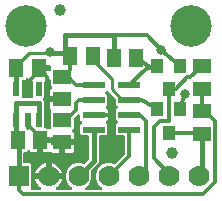
<source format=gbr>
G04 EAGLE Gerber RS-274X export*
G75*
%MOMM*%
%FSLAX34Y34*%
%LPD*%
%INTop Copper*%
%IPPOS*%
%AMOC8*
5,1,8,0,0,1.08239X$1,22.5*%
G01*
%ADD10C,1.000000*%
%ADD11C,3.516000*%
%ADD12R,1.500000X1.300000*%
%ADD13R,1.300000X1.500000*%
%ADD14R,1.900000X0.600000*%
%ADD15R,0.550000X1.200000*%
%ADD16R,1.000000X1.200000*%
%ADD17R,1.778000X1.778000*%
%ADD18C,1.778000*%
%ADD19C,0.406400*%
%ADD20C,0.304800*%
%ADD21C,0.254000*%
%ADD22C,0.800100*%

G36*
X37256Y13727D02*
X37256Y13727D01*
X37336Y13727D01*
X37413Y13747D01*
X37493Y13757D01*
X37567Y13786D01*
X37644Y13806D01*
X37714Y13844D01*
X37788Y13874D01*
X37853Y13920D01*
X37923Y13959D01*
X37981Y14013D01*
X38046Y14060D01*
X38097Y14122D01*
X38155Y14176D01*
X38198Y14244D01*
X38249Y14305D01*
X38282Y14377D01*
X38325Y14445D01*
X38350Y14521D01*
X38384Y14593D01*
X38399Y14671D01*
X38424Y14747D01*
X38429Y14827D01*
X38444Y14905D01*
X38439Y14985D01*
X38444Y15064D01*
X38429Y15143D01*
X38424Y15223D01*
X38400Y15299D01*
X38385Y15377D01*
X38351Y15449D01*
X38326Y15525D01*
X38283Y15593D01*
X38250Y15665D01*
X38199Y15727D01*
X38156Y15794D01*
X38098Y15849D01*
X38047Y15910D01*
X37925Y16011D01*
X37924Y16012D01*
X37923Y16013D01*
X37003Y16681D01*
X35731Y17953D01*
X34673Y19409D01*
X33857Y21012D01*
X33301Y22723D01*
X33273Y22901D01*
X43220Y22901D01*
X43338Y22916D01*
X43457Y22923D01*
X43495Y22935D01*
X43535Y22941D01*
X43646Y22984D01*
X43759Y23021D01*
X43793Y23043D01*
X43831Y23058D01*
X43927Y23127D01*
X44028Y23191D01*
X44056Y23221D01*
X44088Y23244D01*
X44164Y23336D01*
X44246Y23423D01*
X44265Y23458D01*
X44291Y23489D01*
X44342Y23597D01*
X44399Y23701D01*
X44409Y23741D01*
X44427Y23777D01*
X44447Y23884D01*
X44451Y23854D01*
X44495Y23744D01*
X44531Y23631D01*
X44553Y23596D01*
X44568Y23559D01*
X44638Y23462D01*
X44701Y23362D01*
X44731Y23334D01*
X44755Y23301D01*
X44846Y23225D01*
X44933Y23144D01*
X44968Y23124D01*
X45000Y23099D01*
X45107Y23048D01*
X45212Y22990D01*
X45251Y22980D01*
X45287Y22963D01*
X45404Y22941D01*
X45520Y22911D01*
X45580Y22907D01*
X45600Y22903D01*
X45620Y22905D01*
X45680Y22901D01*
X55627Y22901D01*
X55599Y22723D01*
X55043Y21012D01*
X54227Y19409D01*
X53169Y17953D01*
X51897Y16681D01*
X50977Y16013D01*
X50919Y15958D01*
X50854Y15912D01*
X50803Y15850D01*
X50745Y15795D01*
X50702Y15728D01*
X50651Y15667D01*
X50617Y15594D01*
X50574Y15527D01*
X50550Y15451D01*
X50516Y15379D01*
X50501Y15300D01*
X50476Y15224D01*
X50471Y15145D01*
X50456Y15066D01*
X50461Y14987D01*
X50456Y14907D01*
X50471Y14829D01*
X50476Y14749D01*
X50501Y14673D01*
X50515Y14594D01*
X50549Y14522D01*
X50574Y14447D01*
X50617Y14379D01*
X50651Y14307D01*
X50701Y14245D01*
X50744Y14178D01*
X50802Y14123D01*
X50853Y14061D01*
X50918Y14015D01*
X50976Y13960D01*
X51046Y13921D01*
X51110Y13874D01*
X51184Y13845D01*
X51254Y13806D01*
X51332Y13786D01*
X51406Y13757D01*
X51485Y13747D01*
X51562Y13727D01*
X51720Y13717D01*
X51721Y13717D01*
X51722Y13717D01*
X51723Y13717D01*
X63133Y13717D01*
X63202Y13725D01*
X63272Y13724D01*
X63359Y13745D01*
X63448Y13757D01*
X63513Y13782D01*
X63581Y13799D01*
X63660Y13841D01*
X63744Y13874D01*
X63800Y13915D01*
X63862Y13947D01*
X63928Y14008D01*
X64001Y14060D01*
X64046Y14114D01*
X64097Y14161D01*
X64147Y14236D01*
X64204Y14305D01*
X64234Y14369D01*
X64272Y14427D01*
X64301Y14512D01*
X64339Y14593D01*
X64353Y14662D01*
X64375Y14728D01*
X64382Y14817D01*
X64399Y14905D01*
X64395Y14975D01*
X64400Y15045D01*
X64385Y15133D01*
X64379Y15223D01*
X64358Y15289D01*
X64346Y15358D01*
X64309Y15440D01*
X64281Y15525D01*
X64244Y15584D01*
X64215Y15648D01*
X64159Y15718D01*
X64111Y15794D01*
X64060Y15842D01*
X64017Y15897D01*
X63945Y15951D01*
X63880Y16012D01*
X63818Y16046D01*
X63763Y16088D01*
X63669Y16134D01*
X60590Y19213D01*
X58927Y23227D01*
X58927Y27573D01*
X60590Y31587D01*
X63663Y34660D01*
X67677Y36323D01*
X72023Y36323D01*
X73362Y35768D01*
X73390Y35760D01*
X73416Y35747D01*
X73543Y35718D01*
X73668Y35684D01*
X73698Y35684D01*
X73727Y35677D01*
X73856Y35681D01*
X73986Y35679D01*
X74015Y35686D01*
X74045Y35687D01*
X74169Y35723D01*
X74296Y35753D01*
X74322Y35767D01*
X74350Y35775D01*
X74462Y35841D01*
X74577Y35902D01*
X74599Y35922D01*
X74624Y35937D01*
X74745Y36043D01*
X78354Y39652D01*
X78414Y39730D01*
X78482Y39802D01*
X78511Y39855D01*
X78548Y39903D01*
X78588Y39994D01*
X78636Y40081D01*
X78651Y40139D01*
X78675Y40195D01*
X78690Y40293D01*
X78715Y40389D01*
X78721Y40489D01*
X78725Y40509D01*
X78723Y40521D01*
X78725Y40549D01*
X78725Y58768D01*
X78710Y58886D01*
X78703Y59005D01*
X78690Y59043D01*
X78685Y59084D01*
X78642Y59194D01*
X78605Y59307D01*
X78583Y59342D01*
X78568Y59379D01*
X78499Y59475D01*
X78435Y59576D01*
X78405Y59604D01*
X78382Y59637D01*
X78290Y59713D01*
X78203Y59794D01*
X78168Y59814D01*
X78137Y59839D01*
X78029Y59890D01*
X77925Y59948D01*
X77885Y59958D01*
X77849Y59975D01*
X77732Y59997D01*
X77617Y60027D01*
X77557Y60031D01*
X77537Y60035D01*
X77516Y60033D01*
X77456Y60037D01*
X72448Y60037D01*
X71257Y61228D01*
X71257Y68912D01*
X72559Y70213D01*
X72636Y70313D01*
X72718Y70408D01*
X72733Y70438D01*
X72754Y70465D01*
X72804Y70580D01*
X72860Y70693D01*
X72867Y70726D01*
X72880Y70757D01*
X72900Y70881D01*
X72926Y71004D01*
X72925Y71037D01*
X72930Y71071D01*
X72918Y71196D01*
X72913Y71321D01*
X72903Y71354D01*
X72900Y71387D01*
X72858Y71505D01*
X72821Y71626D01*
X72804Y71655D01*
X72792Y71687D01*
X72722Y71791D01*
X72657Y71898D01*
X72633Y71922D01*
X72614Y71950D01*
X72520Y72033D01*
X72430Y72121D01*
X72389Y72148D01*
X72375Y72160D01*
X72356Y72170D01*
X72296Y72210D01*
X71730Y72537D01*
X71257Y73010D01*
X70922Y73589D01*
X70749Y74236D01*
X70749Y76625D01*
X70732Y76763D01*
X70719Y76902D01*
X70712Y76921D01*
X70709Y76941D01*
X70658Y77070D01*
X70611Y77201D01*
X70600Y77218D01*
X70592Y77236D01*
X70511Y77349D01*
X70433Y77464D01*
X70417Y77477D01*
X70406Y77494D01*
X70298Y77583D01*
X70194Y77674D01*
X70176Y77684D01*
X70161Y77696D01*
X70035Y77756D01*
X69911Y77819D01*
X69891Y77823D01*
X69873Y77832D01*
X69736Y77858D01*
X69601Y77889D01*
X69580Y77888D01*
X69561Y77892D01*
X69422Y77883D01*
X69283Y77879D01*
X69263Y77873D01*
X69243Y77872D01*
X69111Y77829D01*
X68977Y77790D01*
X68960Y77780D01*
X68941Y77774D01*
X68823Y77700D01*
X68703Y77629D01*
X68682Y77610D01*
X68672Y77604D01*
X68658Y77589D01*
X68582Y77522D01*
X68412Y77352D01*
X68411Y77352D01*
X66134Y75075D01*
X66074Y74996D01*
X66006Y74924D01*
X65977Y74871D01*
X65940Y74823D01*
X65900Y74732D01*
X65852Y74646D01*
X65837Y74587D01*
X65813Y74531D01*
X65798Y74433D01*
X65773Y74338D01*
X65767Y74238D01*
X65763Y74217D01*
X65765Y74205D01*
X65763Y74177D01*
X65763Y66118D01*
X64778Y65134D01*
X64701Y65034D01*
X64619Y64939D01*
X64604Y64909D01*
X64583Y64882D01*
X64533Y64767D01*
X64477Y64654D01*
X64470Y64621D01*
X64457Y64590D01*
X64437Y64466D01*
X64411Y64343D01*
X64412Y64310D01*
X64407Y64276D01*
X64419Y64151D01*
X64424Y64026D01*
X64434Y63993D01*
X64437Y63960D01*
X64479Y63841D01*
X64516Y63721D01*
X64533Y63692D01*
X64544Y63660D01*
X64615Y63556D01*
X64680Y63449D01*
X64704Y63425D01*
X64723Y63397D01*
X64817Y63314D01*
X64907Y63226D01*
X64948Y63199D01*
X64961Y63187D01*
X64981Y63177D01*
X65041Y63137D01*
X65290Y62993D01*
X65763Y62520D01*
X66098Y61941D01*
X66271Y61294D01*
X66271Y56999D01*
X57500Y56999D01*
X57382Y56984D01*
X57263Y56977D01*
X57225Y56964D01*
X57185Y56959D01*
X57074Y56915D01*
X56961Y56879D01*
X56926Y56857D01*
X56889Y56842D01*
X56793Y56772D01*
X56692Y56709D01*
X56664Y56679D01*
X56632Y56655D01*
X56556Y56564D01*
X56474Y56477D01*
X56455Y56442D01*
X56429Y56410D01*
X56378Y56303D01*
X56321Y56199D01*
X56310Y56159D01*
X56293Y56123D01*
X56271Y56006D01*
X56241Y55891D01*
X56237Y55830D01*
X56233Y55810D01*
X56235Y55790D01*
X56231Y55730D01*
X56231Y54459D01*
X56229Y54459D01*
X56229Y55730D01*
X56214Y55848D01*
X56207Y55967D01*
X56194Y56005D01*
X56189Y56045D01*
X56145Y56156D01*
X56109Y56269D01*
X56087Y56304D01*
X56072Y56341D01*
X56002Y56437D01*
X55939Y56538D01*
X55909Y56566D01*
X55885Y56598D01*
X55794Y56674D01*
X55707Y56756D01*
X55672Y56775D01*
X55640Y56801D01*
X55533Y56852D01*
X55429Y56909D01*
X55389Y56920D01*
X55353Y56937D01*
X55236Y56959D01*
X55121Y56989D01*
X55060Y56993D01*
X55040Y56997D01*
X55020Y56995D01*
X54960Y56999D01*
X46189Y56999D01*
X46189Y57150D01*
X46174Y57268D01*
X46167Y57387D01*
X46154Y57425D01*
X46149Y57465D01*
X46106Y57576D01*
X46069Y57689D01*
X46047Y57724D01*
X46032Y57761D01*
X45962Y57857D01*
X45899Y57958D01*
X45869Y57986D01*
X45846Y58018D01*
X45754Y58094D01*
X45667Y58176D01*
X45632Y58195D01*
X45601Y58221D01*
X45493Y58272D01*
X45389Y58329D01*
X45349Y58340D01*
X45313Y58357D01*
X45196Y58379D01*
X45081Y58409D01*
X45020Y58413D01*
X45000Y58417D01*
X44980Y58415D01*
X44920Y58419D01*
X38710Y58419D01*
X38592Y58404D01*
X38473Y58397D01*
X38435Y58384D01*
X38395Y58379D01*
X38284Y58335D01*
X38171Y58299D01*
X38136Y58277D01*
X38099Y58262D01*
X38003Y58192D01*
X37902Y58129D01*
X37874Y58099D01*
X37842Y58075D01*
X37766Y57984D01*
X37684Y57897D01*
X37665Y57862D01*
X37639Y57830D01*
X37588Y57723D01*
X37531Y57619D01*
X37520Y57579D01*
X37503Y57543D01*
X37481Y57426D01*
X37451Y57311D01*
X37447Y57250D01*
X37443Y57230D01*
X37445Y57210D01*
X37441Y57150D01*
X37441Y55879D01*
X36170Y55879D01*
X36052Y55864D01*
X35933Y55857D01*
X35895Y55844D01*
X35855Y55839D01*
X35744Y55795D01*
X35631Y55759D01*
X35596Y55737D01*
X35559Y55722D01*
X35463Y55652D01*
X35362Y55589D01*
X35334Y55559D01*
X35301Y55535D01*
X35226Y55444D01*
X35144Y55357D01*
X35124Y55322D01*
X35099Y55290D01*
X35048Y55183D01*
X34990Y55079D01*
X34980Y55039D01*
X34963Y55003D01*
X34941Y54886D01*
X34911Y54771D01*
X34907Y54710D01*
X34903Y54690D01*
X34905Y54670D01*
X34901Y54610D01*
X34901Y45839D01*
X30606Y45839D01*
X29959Y46012D01*
X29380Y46347D01*
X28907Y46820D01*
X28763Y47069D01*
X28687Y47169D01*
X28617Y47273D01*
X28591Y47295D01*
X28571Y47322D01*
X28472Y47400D01*
X28378Y47484D01*
X28348Y47499D01*
X28322Y47520D01*
X28207Y47571D01*
X28095Y47628D01*
X28062Y47636D01*
X28031Y47649D01*
X27907Y47670D01*
X27785Y47698D01*
X27751Y47697D01*
X27718Y47702D01*
X27592Y47692D01*
X27467Y47688D01*
X27434Y47679D01*
X27401Y47676D01*
X27282Y47635D01*
X27161Y47600D01*
X27132Y47583D01*
X27100Y47572D01*
X26996Y47502D01*
X26887Y47438D01*
X26851Y47406D01*
X26835Y47396D01*
X26821Y47380D01*
X26766Y47332D01*
X25782Y46347D01*
X24384Y46347D01*
X24266Y46332D01*
X24147Y46325D01*
X24109Y46312D01*
X24068Y46307D01*
X23958Y46264D01*
X23845Y46227D01*
X23810Y46205D01*
X23773Y46190D01*
X23677Y46121D01*
X23576Y46057D01*
X23548Y46027D01*
X23515Y46004D01*
X23439Y45912D01*
X23358Y45825D01*
X23338Y45790D01*
X23313Y45759D01*
X23262Y45651D01*
X23204Y45547D01*
X23194Y45507D01*
X23177Y45471D01*
X23155Y45354D01*
X23125Y45239D01*
X23121Y45179D01*
X23117Y45159D01*
X23119Y45138D01*
X23115Y45078D01*
X23115Y37592D01*
X23130Y37474D01*
X23137Y37355D01*
X23150Y37317D01*
X23155Y37276D01*
X23198Y37166D01*
X23235Y37053D01*
X23257Y37018D01*
X23272Y36981D01*
X23341Y36885D01*
X23405Y36784D01*
X23435Y36756D01*
X23458Y36723D01*
X23550Y36647D01*
X23637Y36566D01*
X23672Y36546D01*
X23703Y36521D01*
X23811Y36470D01*
X23915Y36412D01*
X23955Y36402D01*
X23991Y36385D01*
X24108Y36363D01*
X24223Y36333D01*
X24283Y36329D01*
X24303Y36325D01*
X24324Y36327D01*
X24384Y36323D01*
X28782Y36323D01*
X29973Y35132D01*
X29973Y15585D01*
X29938Y15504D01*
X29879Y15379D01*
X29875Y15359D01*
X29867Y15340D01*
X29845Y15203D01*
X29819Y15066D01*
X29820Y15046D01*
X29817Y15026D01*
X29830Y14888D01*
X29839Y14749D01*
X29845Y14730D01*
X29847Y14710D01*
X29894Y14579D01*
X29937Y14447D01*
X29948Y14430D01*
X29954Y14410D01*
X30033Y14295D01*
X30107Y14178D01*
X30122Y14164D01*
X30133Y14147D01*
X30237Y14056D01*
X30339Y13960D01*
X30356Y13950D01*
X30371Y13937D01*
X30495Y13874D01*
X30617Y13806D01*
X30637Y13801D01*
X30655Y13792D01*
X30791Y13762D01*
X30925Y13727D01*
X30953Y13725D01*
X30965Y13722D01*
X30985Y13723D01*
X31086Y13717D01*
X37177Y13717D01*
X37256Y13727D01*
G37*
G36*
X88602Y13725D02*
X88602Y13725D01*
X88672Y13724D01*
X88759Y13745D01*
X88848Y13757D01*
X88913Y13782D01*
X88981Y13799D01*
X89060Y13841D01*
X89144Y13874D01*
X89200Y13915D01*
X89262Y13947D01*
X89328Y14008D01*
X89401Y14060D01*
X89446Y14114D01*
X89497Y14161D01*
X89547Y14236D01*
X89604Y14305D01*
X89634Y14369D01*
X89672Y14427D01*
X89701Y14512D01*
X89739Y14593D01*
X89753Y14662D01*
X89775Y14728D01*
X89782Y14817D01*
X89799Y14905D01*
X89795Y14975D01*
X89800Y15045D01*
X89785Y15133D01*
X89779Y15223D01*
X89758Y15289D01*
X89746Y15358D01*
X89709Y15440D01*
X89681Y15525D01*
X89644Y15584D01*
X89615Y15648D01*
X89559Y15718D01*
X89511Y15794D01*
X89460Y15842D01*
X89417Y15897D01*
X89345Y15951D01*
X89280Y16012D01*
X89218Y16046D01*
X89163Y16088D01*
X89069Y16134D01*
X85990Y19213D01*
X84327Y23227D01*
X84327Y27573D01*
X85990Y31587D01*
X89063Y34660D01*
X93077Y36323D01*
X97423Y36323D01*
X99270Y35558D01*
X99298Y35550D01*
X99324Y35536D01*
X99451Y35508D01*
X99576Y35474D01*
X99606Y35473D01*
X99635Y35467D01*
X99764Y35471D01*
X99894Y35469D01*
X99923Y35476D01*
X99953Y35476D01*
X100077Y35513D01*
X100204Y35543D01*
X100230Y35557D01*
X100258Y35565D01*
X100370Y35631D01*
X100485Y35692D01*
X100507Y35711D01*
X100532Y35726D01*
X100653Y35833D01*
X108862Y44041D01*
X108922Y44120D01*
X108990Y44192D01*
X109019Y44245D01*
X109056Y44293D01*
X109096Y44384D01*
X109144Y44470D01*
X109159Y44529D01*
X109183Y44585D01*
X109198Y44683D01*
X109223Y44778D01*
X109229Y44878D01*
X109233Y44899D01*
X109231Y44911D01*
X109233Y44939D01*
X109233Y58768D01*
X109218Y58886D01*
X109211Y59005D01*
X109198Y59043D01*
X109193Y59084D01*
X109150Y59194D01*
X109113Y59307D01*
X109091Y59342D01*
X109076Y59379D01*
X109007Y59475D01*
X108943Y59576D01*
X108913Y59604D01*
X108890Y59637D01*
X108798Y59713D01*
X108711Y59794D01*
X108676Y59814D01*
X108645Y59839D01*
X108537Y59890D01*
X108433Y59948D01*
X108393Y59958D01*
X108357Y59975D01*
X108240Y59997D01*
X108125Y60027D01*
X108065Y60031D01*
X108045Y60035D01*
X108024Y60033D01*
X107964Y60037D01*
X102448Y60037D01*
X101257Y61228D01*
X101257Y68912D01*
X102768Y70422D01*
X102841Y70517D01*
X102920Y70606D01*
X102938Y70642D01*
X102963Y70674D01*
X103010Y70783D01*
X103064Y70889D01*
X103073Y70928D01*
X103089Y70966D01*
X103108Y71083D01*
X103134Y71199D01*
X103133Y71240D01*
X103139Y71280D01*
X103128Y71398D01*
X103124Y71517D01*
X103113Y71556D01*
X103109Y71596D01*
X103069Y71709D01*
X103036Y71823D01*
X103015Y71857D01*
X103002Y71896D01*
X102935Y71994D01*
X102874Y72097D01*
X102834Y72142D01*
X102823Y72159D01*
X102808Y72172D01*
X102768Y72217D01*
X101257Y73728D01*
X101257Y81412D01*
X102768Y82922D01*
X102841Y83017D01*
X102920Y83106D01*
X102938Y83142D01*
X102963Y83174D01*
X103010Y83283D01*
X103064Y83389D01*
X103073Y83428D01*
X103089Y83466D01*
X103108Y83583D01*
X103134Y83699D01*
X103133Y83740D01*
X103139Y83780D01*
X103128Y83898D01*
X103124Y84017D01*
X103113Y84056D01*
X103109Y84096D01*
X103069Y84209D01*
X103036Y84323D01*
X103015Y84357D01*
X103002Y84396D01*
X102935Y84494D01*
X102874Y84597D01*
X102834Y84642D01*
X102823Y84659D01*
X102808Y84672D01*
X102768Y84717D01*
X101257Y86228D01*
X101257Y90396D01*
X101245Y90494D01*
X101242Y90593D01*
X101225Y90652D01*
X101217Y90712D01*
X101181Y90804D01*
X101153Y90899D01*
X101123Y90951D01*
X101100Y91007D01*
X101042Y91087D01*
X100992Y91173D01*
X100926Y91248D01*
X100914Y91265D01*
X100904Y91273D01*
X100886Y91294D01*
X94784Y97395D01*
X94690Y97468D01*
X94601Y97547D01*
X94565Y97565D01*
X94533Y97590D01*
X94424Y97637D01*
X94318Y97691D01*
X94278Y97700D01*
X94241Y97716D01*
X94124Y97735D01*
X94008Y97761D01*
X93967Y97760D01*
X93927Y97766D01*
X93809Y97755D01*
X93690Y97751D01*
X93651Y97740D01*
X93611Y97736D01*
X93498Y97696D01*
X93384Y97663D01*
X93349Y97642D01*
X93311Y97628D01*
X93213Y97562D01*
X93110Y97501D01*
X93065Y97461D01*
X93048Y97450D01*
X93035Y97435D01*
X92989Y97395D01*
X92812Y97218D01*
X92739Y97123D01*
X92660Y97034D01*
X92642Y96998D01*
X92617Y96966D01*
X92570Y96857D01*
X92516Y96751D01*
X92507Y96712D01*
X92491Y96674D01*
X92472Y96557D01*
X92446Y96441D01*
X92447Y96400D01*
X92441Y96360D01*
X92452Y96242D01*
X92456Y96123D01*
X92467Y96084D01*
X92471Y96044D01*
X92511Y95931D01*
X92544Y95817D01*
X92565Y95783D01*
X92578Y95744D01*
X92645Y95646D01*
X92706Y95543D01*
X92746Y95498D01*
X92757Y95481D01*
X92772Y95468D01*
X92812Y95423D01*
X94323Y93912D01*
X94323Y86228D01*
X93021Y84927D01*
X92944Y84827D01*
X92862Y84732D01*
X92847Y84702D01*
X92826Y84675D01*
X92776Y84560D01*
X92720Y84447D01*
X92713Y84414D01*
X92700Y84383D01*
X92680Y84259D01*
X92654Y84136D01*
X92655Y84103D01*
X92650Y84069D01*
X92662Y83944D01*
X92667Y83819D01*
X92677Y83786D01*
X92680Y83753D01*
X92722Y83634D01*
X92759Y83514D01*
X92776Y83485D01*
X92788Y83453D01*
X92858Y83349D01*
X92923Y83242D01*
X92947Y83218D01*
X92966Y83190D01*
X93060Y83107D01*
X93150Y83019D01*
X93191Y82992D01*
X93205Y82980D01*
X93224Y82970D01*
X93284Y82930D01*
X93850Y82603D01*
X94323Y82130D01*
X94658Y81551D01*
X94831Y80904D01*
X94831Y79069D01*
X83020Y79069D01*
X82902Y79054D01*
X82783Y79047D01*
X82745Y79034D01*
X82705Y79029D01*
X82594Y78986D01*
X82481Y78949D01*
X82447Y78927D01*
X82409Y78912D01*
X82313Y78843D01*
X82212Y78779D01*
X82184Y78749D01*
X82152Y78726D01*
X82076Y78634D01*
X81994Y78547D01*
X81975Y78512D01*
X81949Y78481D01*
X81898Y78373D01*
X81841Y78269D01*
X81831Y78229D01*
X81813Y78193D01*
X81791Y78076D01*
X81761Y77961D01*
X81757Y77901D01*
X81754Y77881D01*
X81755Y77860D01*
X81751Y77800D01*
X81751Y77340D01*
X81766Y77222D01*
X81773Y77103D01*
X81786Y77065D01*
X81791Y77024D01*
X81835Y76914D01*
X81871Y76801D01*
X81893Y76766D01*
X81908Y76729D01*
X81978Y76632D01*
X82041Y76532D01*
X82071Y76504D01*
X82095Y76471D01*
X82186Y76395D01*
X82273Y76314D01*
X82308Y76294D01*
X82340Y76269D01*
X82447Y76218D01*
X82552Y76160D01*
X82591Y76150D01*
X82627Y76133D01*
X82744Y76111D01*
X82860Y76081D01*
X82920Y76077D01*
X82940Y76073D01*
X82960Y76075D01*
X83020Y76071D01*
X94831Y76071D01*
X94831Y74236D01*
X94658Y73589D01*
X94323Y73010D01*
X93850Y72537D01*
X93284Y72210D01*
X93184Y72134D01*
X93080Y72064D01*
X93058Y72038D01*
X93031Y72018D01*
X92953Y71919D01*
X92869Y71825D01*
X92854Y71795D01*
X92833Y71769D01*
X92782Y71654D01*
X92725Y71542D01*
X92718Y71509D01*
X92704Y71478D01*
X92683Y71354D01*
X92655Y71232D01*
X92656Y71198D01*
X92651Y71165D01*
X92661Y71039D01*
X92665Y70914D01*
X92674Y70881D01*
X92677Y70848D01*
X92718Y70729D01*
X92753Y70608D01*
X92770Y70579D01*
X92782Y70547D01*
X92851Y70443D01*
X92915Y70334D01*
X92947Y70298D01*
X92957Y70282D01*
X92973Y70268D01*
X93021Y70213D01*
X94323Y68912D01*
X94323Y61228D01*
X93132Y60037D01*
X88124Y60037D01*
X88006Y60022D01*
X87887Y60015D01*
X87849Y60002D01*
X87808Y59997D01*
X87698Y59954D01*
X87585Y59917D01*
X87550Y59895D01*
X87513Y59880D01*
X87417Y59811D01*
X87316Y59747D01*
X87288Y59717D01*
X87255Y59694D01*
X87179Y59602D01*
X87098Y59515D01*
X87078Y59480D01*
X87053Y59449D01*
X87002Y59341D01*
X86944Y59237D01*
X86934Y59197D01*
X86917Y59161D01*
X86895Y59044D01*
X86865Y58929D01*
X86861Y58869D01*
X86857Y58849D01*
X86859Y58828D01*
X86855Y58768D01*
X86855Y36656D01*
X84102Y33904D01*
X80493Y30295D01*
X80475Y30271D01*
X80453Y30252D01*
X80378Y30146D01*
X80298Y30044D01*
X80287Y30016D01*
X80270Y29992D01*
X80224Y29871D01*
X80172Y29752D01*
X80167Y29723D01*
X80157Y29695D01*
X80142Y29566D01*
X80122Y29438D01*
X80125Y29408D01*
X80122Y29379D01*
X80140Y29250D01*
X80152Y29121D01*
X80162Y29093D01*
X80166Y29064D01*
X80218Y28912D01*
X80773Y27573D01*
X80773Y23227D01*
X79110Y19213D01*
X76021Y16124D01*
X75956Y16098D01*
X75884Y16046D01*
X75806Y16001D01*
X75755Y15953D01*
X75699Y15912D01*
X75642Y15842D01*
X75577Y15780D01*
X75541Y15720D01*
X75496Y15667D01*
X75458Y15585D01*
X75411Y15509D01*
X75390Y15442D01*
X75361Y15379D01*
X75344Y15291D01*
X75317Y15205D01*
X75314Y15135D01*
X75301Y15066D01*
X75306Y14977D01*
X75302Y14887D01*
X75316Y14819D01*
X75321Y14749D01*
X75348Y14664D01*
X75366Y14576D01*
X75397Y14513D01*
X75419Y14447D01*
X75467Y14371D01*
X75506Y14290D01*
X75551Y14237D01*
X75589Y14178D01*
X75654Y14116D01*
X75712Y14048D01*
X75769Y14008D01*
X75820Y13960D01*
X75899Y13917D01*
X75972Y13865D01*
X76038Y13840D01*
X76099Y13806D01*
X76186Y13784D01*
X76270Y13752D01*
X76339Y13744D01*
X76407Y13727D01*
X76567Y13717D01*
X88533Y13717D01*
X88602Y13725D01*
G37*
G36*
X45532Y65665D02*
X45532Y65665D01*
X45665Y65673D01*
X45690Y65682D01*
X45717Y65684D01*
X45841Y65731D01*
X45967Y65771D01*
X45990Y65786D01*
X46015Y65795D01*
X46124Y65871D01*
X46236Y65942D01*
X46254Y65961D01*
X46276Y65976D01*
X46363Y66076D01*
X46454Y66173D01*
X46467Y66196D01*
X46484Y66217D01*
X46543Y66335D01*
X46608Y66452D01*
X46614Y66477D01*
X46626Y66501D01*
X46654Y66631D01*
X46687Y66760D01*
X46689Y66797D01*
X46693Y66812D01*
X46692Y66834D01*
X46697Y66920D01*
X46697Y80825D01*
X46760Y80897D01*
X46779Y80933D01*
X46804Y80965D01*
X46851Y81074D01*
X46905Y81180D01*
X46914Y81219D01*
X46930Y81256D01*
X46949Y81374D01*
X46975Y81490D01*
X46973Y81531D01*
X46980Y81570D01*
X46969Y81689D01*
X46965Y81808D01*
X46954Y81847D01*
X46950Y81887D01*
X46910Y81999D01*
X46877Y82114D01*
X46856Y82148D01*
X46842Y82186D01*
X46775Y82285D01*
X46715Y82387D01*
X46675Y82433D01*
X46664Y82450D01*
X46648Y82463D01*
X46609Y82508D01*
X46347Y82770D01*
X46012Y83349D01*
X45839Y83996D01*
X45839Y88291D01*
X54610Y88291D01*
X54728Y88306D01*
X54847Y88313D01*
X54885Y88326D01*
X54925Y88331D01*
X55036Y88374D01*
X55149Y88411D01*
X55184Y88433D01*
X55221Y88448D01*
X55317Y88518D01*
X55418Y88581D01*
X55446Y88611D01*
X55478Y88635D01*
X55554Y88726D01*
X55636Y88813D01*
X55655Y88848D01*
X55681Y88879D01*
X55732Y88987D01*
X55789Y89091D01*
X55800Y89131D01*
X55817Y89167D01*
X55839Y89284D01*
X55869Y89399D01*
X55873Y89460D01*
X55877Y89480D01*
X55875Y89500D01*
X55879Y89560D01*
X55879Y92100D01*
X55864Y92218D01*
X55857Y92337D01*
X55844Y92375D01*
X55839Y92415D01*
X55795Y92526D01*
X55759Y92639D01*
X55737Y92674D01*
X55722Y92711D01*
X55652Y92807D01*
X55589Y92908D01*
X55559Y92936D01*
X55535Y92968D01*
X55444Y93044D01*
X55357Y93126D01*
X55322Y93145D01*
X55290Y93171D01*
X55183Y93222D01*
X55079Y93279D01*
X55039Y93290D01*
X55003Y93307D01*
X54886Y93329D01*
X54771Y93359D01*
X54710Y93363D01*
X54690Y93367D01*
X54670Y93365D01*
X54610Y93369D01*
X45839Y93369D01*
X45839Y97664D01*
X46012Y98311D01*
X46347Y98890D01*
X46820Y99363D01*
X47069Y99507D01*
X47169Y99583D01*
X47273Y99653D01*
X47295Y99679D01*
X47322Y99699D01*
X47400Y99798D01*
X47484Y99892D01*
X47499Y99922D01*
X47520Y99948D01*
X47571Y100063D01*
X47628Y100175D01*
X47636Y100208D01*
X47649Y100239D01*
X47670Y100363D01*
X47698Y100485D01*
X47697Y100519D01*
X47702Y100552D01*
X47692Y100678D01*
X47688Y100803D01*
X47679Y100836D01*
X47676Y100869D01*
X47635Y100988D01*
X47600Y101109D01*
X47583Y101138D01*
X47572Y101170D01*
X47502Y101274D01*
X47438Y101383D01*
X47406Y101419D01*
X47396Y101435D01*
X47380Y101449D01*
X47332Y101504D01*
X46347Y102488D01*
X46347Y106280D01*
X46330Y106418D01*
X46317Y106557D01*
X46310Y106576D01*
X46307Y106595D01*
X46256Y106725D01*
X46209Y106856D01*
X46198Y106872D01*
X46190Y106891D01*
X46109Y107004D01*
X46030Y107119D01*
X46015Y107132D01*
X46004Y107148D01*
X45896Y107237D01*
X45792Y107329D01*
X45774Y107338D01*
X45759Y107351D01*
X45633Y107411D01*
X45509Y107474D01*
X45489Y107478D01*
X45471Y107487D01*
X45335Y107513D01*
X45198Y107543D01*
X45178Y107543D01*
X45159Y107547D01*
X45020Y107538D01*
X44881Y107534D01*
X44861Y107528D01*
X44841Y107527D01*
X44709Y107484D01*
X44575Y107445D01*
X44558Y107435D01*
X44539Y107429D01*
X44421Y107354D01*
X44301Y107284D01*
X44280Y107265D01*
X44270Y107259D01*
X44256Y107244D01*
X44249Y107238D01*
X43651Y106892D01*
X43004Y106719D01*
X42222Y106719D01*
X42104Y106704D01*
X41985Y106697D01*
X41947Y106684D01*
X41906Y106679D01*
X41796Y106636D01*
X41683Y106599D01*
X41648Y106577D01*
X41611Y106562D01*
X41515Y106493D01*
X41414Y106429D01*
X41386Y106399D01*
X41353Y106376D01*
X41277Y106284D01*
X41196Y106197D01*
X41176Y106162D01*
X41151Y106131D01*
X41100Y106023D01*
X41042Y105919D01*
X41032Y105879D01*
X41015Y105843D01*
X40993Y105726D01*
X40963Y105611D01*
X40959Y105551D01*
X40955Y105531D01*
X40957Y105510D01*
X40953Y105450D01*
X40953Y92519D01*
X39889Y91455D01*
X39815Y91361D01*
X39737Y91272D01*
X39718Y91236D01*
X39694Y91204D01*
X39646Y91094D01*
X39592Y90988D01*
X39583Y90949D01*
X39567Y90912D01*
X39549Y90794D01*
X39523Y90678D01*
X39524Y90638D01*
X39517Y90598D01*
X39529Y90479D01*
X39532Y90360D01*
X39543Y90321D01*
X39547Y90281D01*
X39588Y90169D01*
X39621Y90055D01*
X39641Y90020D01*
X39655Y89982D01*
X39722Y89883D01*
X39782Y89781D01*
X39822Y89735D01*
X39833Y89719D01*
X39849Y89705D01*
X39889Y89660D01*
X40235Y89314D01*
X40235Y81445D01*
X40247Y81347D01*
X40250Y81248D01*
X40267Y81189D01*
X40275Y81129D01*
X40311Y81037D01*
X40339Y80942D01*
X40369Y80890D01*
X40392Y80834D01*
X40450Y80753D01*
X40500Y80668D01*
X40566Y80593D01*
X40578Y80576D01*
X40588Y80568D01*
X40606Y80547D01*
X40953Y80201D01*
X40953Y67190D01*
X40968Y67072D01*
X40975Y66953D01*
X40988Y66915D01*
X40993Y66874D01*
X41036Y66764D01*
X41073Y66651D01*
X41095Y66616D01*
X41110Y66579D01*
X41179Y66483D01*
X41243Y66382D01*
X41273Y66354D01*
X41296Y66321D01*
X41388Y66245D01*
X41475Y66164D01*
X41510Y66144D01*
X41541Y66119D01*
X41649Y66068D01*
X41753Y66010D01*
X41793Y66000D01*
X41829Y65983D01*
X41946Y65961D01*
X42061Y65931D01*
X42121Y65927D01*
X42141Y65923D01*
X42162Y65925D01*
X42222Y65921D01*
X44274Y65921D01*
X45018Y65722D01*
X45035Y65713D01*
X45061Y65708D01*
X45086Y65698D01*
X45217Y65678D01*
X45348Y65654D01*
X45374Y65655D01*
X45400Y65651D01*
X45532Y65665D01*
G37*
G36*
X30236Y91710D02*
X30236Y91710D01*
X30355Y91717D01*
X30393Y91730D01*
X30434Y91735D01*
X30544Y91778D01*
X30657Y91815D01*
X30692Y91837D01*
X30729Y91852D01*
X30825Y91921D01*
X30926Y91985D01*
X30954Y92015D01*
X30987Y92038D01*
X31063Y92130D01*
X31144Y92217D01*
X31164Y92252D01*
X31189Y92283D01*
X31240Y92391D01*
X31298Y92495D01*
X31308Y92535D01*
X31325Y92571D01*
X31347Y92688D01*
X31377Y92803D01*
X31381Y92863D01*
X31385Y92883D01*
X31383Y92904D01*
X31387Y92964D01*
X31387Y105450D01*
X31372Y105568D01*
X31365Y105687D01*
X31352Y105725D01*
X31347Y105766D01*
X31304Y105876D01*
X31267Y105989D01*
X31245Y106024D01*
X31230Y106061D01*
X31161Y106157D01*
X31097Y106258D01*
X31067Y106286D01*
X31044Y106319D01*
X30952Y106395D01*
X30865Y106476D01*
X30830Y106496D01*
X30799Y106521D01*
X30691Y106572D01*
X30587Y106630D01*
X30547Y106640D01*
X30511Y106657D01*
X30394Y106679D01*
X30279Y106709D01*
X30219Y106713D01*
X30199Y106717D01*
X30178Y106715D01*
X30118Y106719D01*
X29336Y106719D01*
X28689Y106892D01*
X28110Y107227D01*
X27637Y107700D01*
X27493Y107949D01*
X27417Y108049D01*
X27347Y108153D01*
X27321Y108175D01*
X27301Y108202D01*
X27202Y108280D01*
X27108Y108364D01*
X27078Y108379D01*
X27052Y108400D01*
X26937Y108451D01*
X26825Y108508D01*
X26792Y108516D01*
X26761Y108529D01*
X26637Y108550D01*
X26515Y108578D01*
X26481Y108577D01*
X26448Y108582D01*
X26322Y108572D01*
X26197Y108568D01*
X26164Y108559D01*
X26131Y108556D01*
X26012Y108515D01*
X25891Y108480D01*
X25862Y108463D01*
X25830Y108452D01*
X25726Y108382D01*
X25617Y108318D01*
X25581Y108286D01*
X25565Y108276D01*
X25551Y108260D01*
X25496Y108212D01*
X24512Y107227D01*
X23222Y107227D01*
X23104Y107212D01*
X22985Y107205D01*
X22947Y107192D01*
X22906Y107187D01*
X22796Y107144D01*
X22683Y107107D01*
X22648Y107085D01*
X22611Y107070D01*
X22515Y107001D01*
X22414Y106937D01*
X22386Y106907D01*
X22353Y106884D01*
X22277Y106792D01*
X22196Y106705D01*
X22176Y106670D01*
X22151Y106639D01*
X22100Y106531D01*
X22042Y106427D01*
X22032Y106387D01*
X22015Y106351D01*
X21993Y106234D01*
X21963Y106119D01*
X21959Y106059D01*
X21955Y106039D01*
X21957Y106018D01*
X21953Y105958D01*
X21953Y92964D01*
X21968Y92846D01*
X21975Y92727D01*
X21988Y92689D01*
X21993Y92648D01*
X22036Y92538D01*
X22073Y92425D01*
X22095Y92390D01*
X22110Y92353D01*
X22179Y92257D01*
X22243Y92156D01*
X22273Y92128D01*
X22296Y92095D01*
X22388Y92019D01*
X22475Y91938D01*
X22510Y91918D01*
X22541Y91893D01*
X22649Y91842D01*
X22753Y91784D01*
X22793Y91774D01*
X22829Y91757D01*
X22946Y91735D01*
X23061Y91705D01*
X23121Y91701D01*
X23141Y91697D01*
X23162Y91699D01*
X23222Y91695D01*
X30118Y91695D01*
X30236Y91710D01*
G37*
%LPC*%
G36*
X48396Y45419D02*
X48396Y45419D01*
X47749Y45592D01*
X47170Y45927D01*
X46981Y46116D01*
X46892Y46185D01*
X46809Y46260D01*
X46767Y46282D01*
X46730Y46311D01*
X46627Y46355D01*
X46527Y46407D01*
X46481Y46418D01*
X46438Y46437D01*
X46327Y46455D01*
X46218Y46480D01*
X46170Y46479D01*
X46124Y46487D01*
X46012Y46476D01*
X45900Y46474D01*
X45854Y46461D01*
X45807Y46457D01*
X45702Y46419D01*
X45593Y46389D01*
X45528Y46357D01*
X45508Y46350D01*
X45493Y46339D01*
X45449Y46317D01*
X44921Y46012D01*
X44274Y45839D01*
X39979Y45839D01*
X39979Y53341D01*
X46481Y53341D01*
X46481Y53190D01*
X46496Y53072D01*
X46503Y52953D01*
X46516Y52915D01*
X46521Y52875D01*
X46564Y52764D01*
X46601Y52651D01*
X46623Y52616D01*
X46638Y52579D01*
X46707Y52483D01*
X46771Y52382D01*
X46801Y52354D01*
X46824Y52321D01*
X46916Y52246D01*
X47003Y52164D01*
X47038Y52144D01*
X47069Y52119D01*
X47177Y52068D01*
X47281Y52010D01*
X47321Y52000D01*
X47357Y51983D01*
X47474Y51961D01*
X47589Y51931D01*
X47649Y51927D01*
X47669Y51923D01*
X47690Y51925D01*
X47750Y51921D01*
X53691Y51921D01*
X53691Y45419D01*
X48396Y45419D01*
G37*
%LPD*%
%LPC*%
G36*
X46949Y27899D02*
X46949Y27899D01*
X46949Y36577D01*
X47127Y36549D01*
X48838Y35993D01*
X50441Y35177D01*
X51897Y34119D01*
X53169Y32847D01*
X54227Y31391D01*
X55043Y29788D01*
X55599Y28077D01*
X55627Y27899D01*
X46949Y27899D01*
G37*
%LPD*%
%LPC*%
G36*
X33273Y27899D02*
X33273Y27899D01*
X33301Y28077D01*
X33857Y29788D01*
X34673Y31391D01*
X35731Y32847D01*
X37003Y34119D01*
X38459Y35177D01*
X40062Y35993D01*
X41773Y36549D01*
X41951Y36577D01*
X41951Y27899D01*
X33273Y27899D01*
G37*
%LPD*%
G36*
X45196Y114236D02*
X45196Y114236D01*
X45315Y114243D01*
X45353Y114256D01*
X45394Y114261D01*
X45504Y114304D01*
X45617Y114341D01*
X45652Y114363D01*
X45689Y114378D01*
X45785Y114448D01*
X45886Y114511D01*
X45914Y114541D01*
X45947Y114565D01*
X46023Y114656D01*
X46104Y114743D01*
X46124Y114778D01*
X46149Y114809D01*
X46200Y114917D01*
X46258Y115021D01*
X46268Y115061D01*
X46285Y115097D01*
X46307Y115214D01*
X46337Y115329D01*
X46341Y115390D01*
X46345Y115410D01*
X46343Y115430D01*
X46347Y115490D01*
X46347Y117183D01*
X46393Y117242D01*
X46482Y117349D01*
X46490Y117368D01*
X46503Y117384D01*
X46558Y117512D01*
X46617Y117637D01*
X46621Y117657D01*
X46629Y117675D01*
X46651Y117813D01*
X46677Y117949D01*
X46676Y117970D01*
X46679Y117990D01*
X46666Y118128D01*
X46657Y118267D01*
X46651Y118286D01*
X46649Y118306D01*
X46602Y118437D01*
X46559Y118569D01*
X46548Y118586D01*
X46541Y118605D01*
X46463Y118721D01*
X46389Y118838D01*
X46374Y118852D01*
X46363Y118869D01*
X46259Y118961D01*
X46157Y119056D01*
X46140Y119066D01*
X46124Y119079D01*
X46000Y119143D01*
X45879Y119209D01*
X45859Y119215D01*
X45841Y119224D01*
X45705Y119254D01*
X45571Y119289D01*
X45543Y119291D01*
X45531Y119293D01*
X45510Y119293D01*
X45410Y119299D01*
X37440Y119299D01*
X37322Y119284D01*
X37203Y119277D01*
X37165Y119264D01*
X37125Y119259D01*
X37014Y119215D01*
X36901Y119179D01*
X36866Y119157D01*
X36829Y119142D01*
X36733Y119072D01*
X36632Y119009D01*
X36604Y118979D01*
X36572Y118955D01*
X36496Y118864D01*
X36414Y118777D01*
X36395Y118742D01*
X36369Y118710D01*
X36318Y118603D01*
X36261Y118499D01*
X36250Y118459D01*
X36233Y118423D01*
X36211Y118306D01*
X36181Y118191D01*
X36177Y118130D01*
X36173Y118110D01*
X36175Y118090D01*
X36171Y118030D01*
X36171Y115490D01*
X36186Y115372D01*
X36193Y115253D01*
X36206Y115215D01*
X36211Y115175D01*
X36255Y115064D01*
X36291Y114951D01*
X36313Y114916D01*
X36328Y114879D01*
X36398Y114783D01*
X36461Y114682D01*
X36491Y114654D01*
X36515Y114621D01*
X36606Y114546D01*
X36693Y114464D01*
X36728Y114444D01*
X36760Y114419D01*
X36867Y114368D01*
X36971Y114310D01*
X37011Y114300D01*
X37047Y114283D01*
X37164Y114261D01*
X37279Y114231D01*
X37340Y114227D01*
X37360Y114223D01*
X37380Y114225D01*
X37440Y114221D01*
X45078Y114221D01*
X45196Y114236D01*
G37*
%LPC*%
G36*
X58769Y45419D02*
X58769Y45419D01*
X58769Y51921D01*
X66271Y51921D01*
X66271Y47626D01*
X66098Y46979D01*
X65763Y46400D01*
X65290Y45927D01*
X64711Y45592D01*
X64064Y45419D01*
X58769Y45419D01*
G37*
%LPD*%
G36*
X26874Y64959D02*
X26874Y64959D01*
X27012Y64968D01*
X27031Y64974D01*
X27051Y64976D01*
X27183Y65023D01*
X27314Y65066D01*
X27332Y65077D01*
X27351Y65083D01*
X27466Y65162D01*
X27583Y65236D01*
X27597Y65251D01*
X27614Y65262D01*
X27706Y65366D01*
X27801Y65468D01*
X27811Y65485D01*
X27824Y65500D01*
X27888Y65624D01*
X27955Y65746D01*
X27960Y65766D01*
X27969Y65784D01*
X27999Y65920D01*
X28034Y66054D01*
X28036Y66082D01*
X28039Y66094D01*
X28038Y66114D01*
X28044Y66215D01*
X28044Y73254D01*
X28029Y73372D01*
X28022Y73491D01*
X28009Y73529D01*
X28004Y73569D01*
X27961Y73680D01*
X27924Y73793D01*
X27902Y73827D01*
X27887Y73865D01*
X27818Y73961D01*
X27754Y74062D01*
X27724Y74090D01*
X27701Y74122D01*
X27609Y74198D01*
X27522Y74280D01*
X27487Y74299D01*
X27456Y74325D01*
X27348Y74376D01*
X27244Y74433D01*
X27204Y74443D01*
X27168Y74461D01*
X27051Y74483D01*
X26936Y74513D01*
X26876Y74517D01*
X26856Y74520D01*
X26835Y74519D01*
X26775Y74523D01*
X26565Y74523D01*
X26447Y74508D01*
X26328Y74501D01*
X26290Y74488D01*
X26249Y74483D01*
X26139Y74439D01*
X26026Y74403D01*
X25991Y74381D01*
X25954Y74366D01*
X25857Y74296D01*
X25757Y74233D01*
X25729Y74203D01*
X25696Y74179D01*
X25620Y74088D01*
X25539Y74001D01*
X25519Y73966D01*
X25494Y73934D01*
X25443Y73827D01*
X25385Y73722D01*
X25375Y73683D01*
X25358Y73647D01*
X25336Y73530D01*
X25306Y73414D01*
X25302Y73354D01*
X25298Y73334D01*
X25300Y73314D01*
X25296Y73254D01*
X25296Y66425D01*
X25308Y66327D01*
X25311Y66228D01*
X25328Y66169D01*
X25336Y66109D01*
X25372Y66017D01*
X25400Y65922D01*
X25430Y65870D01*
X25453Y65814D01*
X25511Y65733D01*
X25561Y65648D01*
X25627Y65573D01*
X25639Y65556D01*
X25649Y65548D01*
X25667Y65527D01*
X25878Y65317D01*
X25987Y65232D01*
X26094Y65143D01*
X26113Y65135D01*
X26129Y65122D01*
X26257Y65067D01*
X26382Y65008D01*
X26402Y65004D01*
X26421Y64996D01*
X26559Y64974D01*
X26695Y64948D01*
X26715Y64949D01*
X26735Y64946D01*
X26874Y64959D01*
G37*
D10*
X54340Y166100D03*
D11*
X25400Y152400D03*
X165100Y152400D03*
D12*
X56230Y73460D03*
X56230Y54460D03*
D13*
X17170Y116760D03*
X36170Y116760D03*
D10*
X149250Y45000D03*
D14*
X82790Y102570D03*
X82790Y90070D03*
X82790Y77570D03*
X82790Y65070D03*
X112790Y65070D03*
X112790Y77570D03*
X112790Y90070D03*
X112790Y102570D03*
D13*
X18440Y55880D03*
X37440Y55880D03*
D15*
X17170Y73359D03*
X26670Y73359D03*
X36170Y73359D03*
X36170Y99361D03*
X17170Y99361D03*
D12*
X173990Y118720D03*
X173990Y99720D03*
X173990Y80620D03*
X173990Y61620D03*
D13*
X62890Y127000D03*
X81890Y127000D03*
X118720Y125730D03*
X99720Y125730D03*
D16*
X146050Y99220D03*
X136550Y119220D03*
X155550Y119220D03*
X146050Y62390D03*
X136550Y82390D03*
X155550Y82390D03*
D12*
X55880Y109830D03*
X55880Y90830D03*
D17*
X19050Y25400D03*
D18*
X44450Y25400D03*
X69850Y25400D03*
X95250Y25400D03*
X120650Y25400D03*
X146050Y25400D03*
X171450Y25400D03*
D19*
X26670Y68580D02*
X26670Y73359D01*
D20*
X26670Y68580D02*
X34290Y60960D01*
D19*
X34290Y59030D01*
X37440Y55880D01*
X54810Y57150D01*
X56230Y54460D01*
D21*
X38180Y116760D02*
X36170Y116760D01*
D20*
X82790Y77570D02*
X97790Y77570D01*
X97790Y54610D01*
D22*
X97790Y54610D03*
X26670Y101600D03*
D20*
X26670Y105410D01*
X31750Y110490D01*
X31750Y112340D01*
X36170Y116760D01*
D22*
X72390Y53340D03*
D20*
X43180Y109750D02*
X36170Y116760D01*
X43180Y109750D02*
X43180Y95250D01*
D21*
X56230Y73460D02*
X58220Y73460D01*
X74930Y90170D02*
X82690Y90170D01*
X82790Y90070D01*
D20*
X59490Y73460D02*
X58220Y73460D01*
X59490Y73460D02*
X67310Y81280D01*
X67310Y87630D01*
X69850Y90170D01*
X74930Y90170D01*
X112790Y65070D02*
X112790Y42940D01*
X95250Y25400D01*
X112790Y77570D02*
X121820Y77570D01*
X127000Y72390D01*
X127000Y31750D01*
X120650Y25400D01*
D21*
X80010Y125730D02*
X81890Y127000D01*
X80010Y125730D02*
X97790Y107950D01*
X97790Y99060D01*
X106780Y90070D01*
X112790Y90070D01*
D20*
X123790Y90070D01*
X136550Y82390D01*
X132850Y116680D02*
X118720Y125730D01*
X132850Y116680D02*
X136550Y119220D01*
X126900Y116680D02*
X112790Y102570D01*
X126900Y116680D02*
X136550Y119220D01*
X146050Y62390D02*
X174760Y62390D01*
X173990Y61620D01*
D19*
X174760Y62390D02*
X174760Y28710D01*
X171450Y25400D01*
D20*
X151950Y99220D02*
X146050Y99220D01*
X151950Y99220D02*
X161290Y109220D01*
X164490Y109220D01*
X173990Y118720D01*
X146050Y99220D02*
X146050Y72390D01*
X138430Y72390D01*
X133350Y67310D01*
X133350Y40640D01*
X147320Y26670D01*
X146050Y25400D01*
D19*
X17170Y99361D02*
X17170Y116760D01*
X55880Y109830D02*
X61560Y108560D01*
X99720Y125730D02*
X99720Y144780D01*
X58420Y144780D01*
X58420Y132080D01*
X62890Y127000D01*
D21*
X17170Y118770D02*
X17170Y116760D01*
X17170Y118770D02*
X27940Y129540D01*
X49530Y129540D01*
X57785Y130175D01*
X63500Y130810D01*
X62890Y127000D01*
D19*
X82790Y65070D02*
X82790Y38340D01*
D20*
X155550Y119220D02*
X139925Y132305D01*
X127450Y144780D01*
X99720Y144780D01*
X155550Y83160D02*
X155550Y82390D01*
X155550Y83160D02*
X160020Y95250D01*
D22*
X160020Y95250D03*
X139925Y132305D03*
X45720Y130810D03*
D19*
X45720Y130175D01*
X57785Y130175D01*
X82790Y38340D02*
X69850Y25400D01*
D20*
X62890Y115570D02*
X62890Y127000D01*
X62890Y115570D02*
X55880Y109830D01*
X67550Y102570D02*
X82790Y102570D01*
X67550Y102570D02*
X61560Y108560D01*
D19*
X19050Y30480D02*
X19050Y25400D01*
X19050Y30480D02*
X19050Y59080D01*
X18440Y55880D01*
X17170Y60960D01*
X17170Y73359D01*
X36170Y73359D02*
X36170Y87630D01*
X16510Y87630D01*
X16510Y77169D01*
X17170Y73359D01*
D20*
X173990Y80620D02*
X173990Y99720D01*
X173990Y80620D02*
X177800Y80010D01*
X185420Y72390D01*
X185420Y20320D01*
X175260Y10160D01*
X22860Y10160D01*
X19050Y13970D01*
X19050Y30480D01*
M02*

</source>
